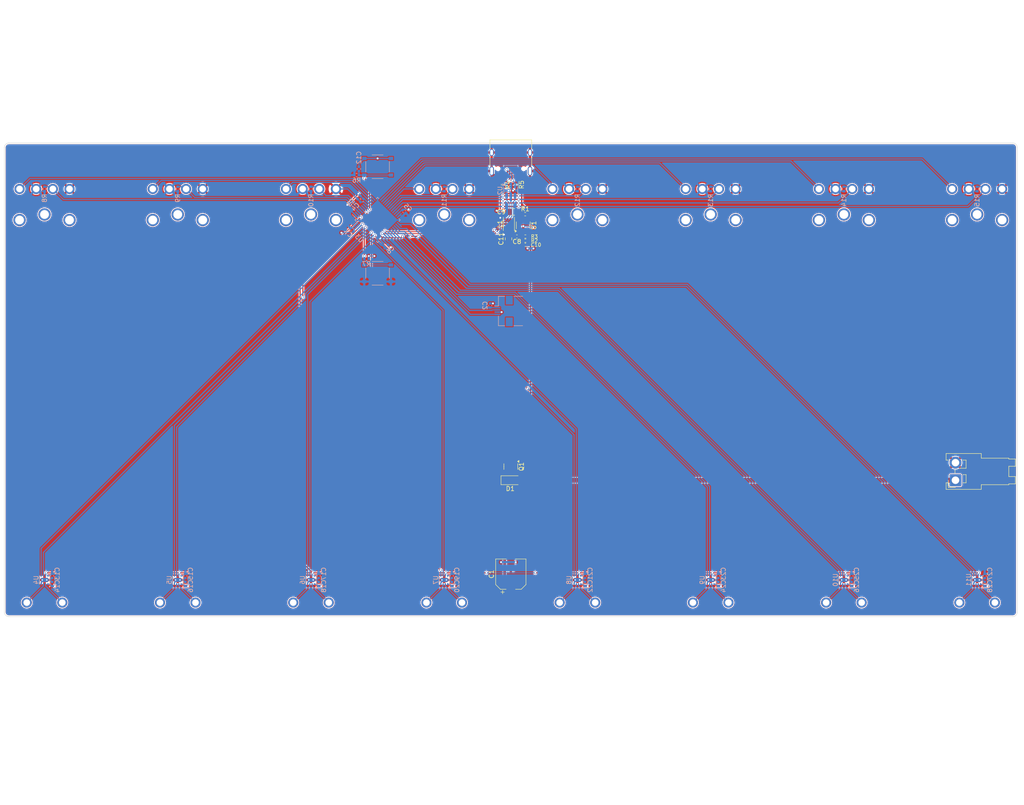
<source format=kicad_pcb>
(kicad_pcb
	(version 20240108)
	(generator "pcbnew")
	(generator_version "8.0")
	(general
		(thickness 1.6)
		(legacy_teardrops no)
	)
	(paper "A4")
	(layers
		(0 "F.Cu" signal)
		(31 "B.Cu" signal)
		(32 "B.Adhes" user "B.Adhesive")
		(33 "F.Adhes" user "F.Adhesive")
		(34 "B.Paste" user)
		(35 "F.Paste" user)
		(36 "B.SilkS" user "B.Silkscreen")
		(37 "F.SilkS" user "F.Silkscreen")
		(38 "B.Mask" user)
		(39 "F.Mask" user)
		(40 "Dwgs.User" user "User.Drawings")
		(41 "Cmts.User" user "User.Comments")
		(42 "Eco1.User" user "User.Eco1")
		(43 "Eco2.User" user "User.Eco2")
		(44 "Edge.Cuts" user)
		(45 "Margin" user)
		(46 "B.CrtYd" user "B.Courtyard")
		(47 "F.CrtYd" user "F.Courtyard")
		(48 "B.Fab" user)
		(49 "F.Fab" user)
		(50 "User.1" user)
		(51 "User.2" user)
		(52 "User.3" user)
		(53 "User.4" user)
		(54 "User.5" user)
		(55 "User.6" user)
		(56 "User.7" user)
		(57 "User.8" user)
		(58 "User.9" user)
	)
	(setup
		(stackup
			(layer "F.SilkS"
				(type "Top Silk Screen")
				(color "White")
			)
			(layer "F.Paste"
				(type "Top Solder Paste")
			)
			(layer "F.Mask"
				(type "Top Solder Mask")
				(color "Green")
				(thickness 0.01)
			)
			(layer "F.Cu"
				(type "copper")
				(thickness 0.035)
			)
			(layer "dielectric 1"
				(type "core")
				(thickness 1.51)
				(material "FR4")
				(epsilon_r 4.5)
				(loss_tangent 0.02)
			)
			(layer "B.Cu"
				(type "copper")
				(thickness 0.035)
			)
			(layer "B.Mask"
				(type "Bottom Solder Mask")
				(color "Green")
				(thickness 0.01)
			)
			(layer "B.Paste"
				(type "Bottom Solder Paste")
			)
			(layer "B.SilkS"
				(type "Bottom Silk Screen")
				(color "White")
			)
			(copper_finish "ENIG")
			(dielectric_constraints no)
		)
		(pad_to_mask_clearance 0)
		(allow_soldermask_bridges_in_footprints no)
		(pcbplotparams
			(layerselection 0x00010fc_ffffffff)
			(plot_on_all_layers_selection 0x0000000_00000000)
			(disableapertmacros no)
			(usegerberextensions no)
			(usegerberattributes yes)
			(usegerberadvancedattributes yes)
			(creategerberjobfile yes)
			(dashed_line_dash_ratio 12.000000)
			(dashed_line_gap_ratio 3.000000)
			(svgprecision 6)
			(plotframeref no)
			(viasonmask no)
			(mode 1)
			(useauxorigin no)
			(hpglpennumber 1)
			(hpglpenspeed 20)
			(hpglpendiameter 15.000000)
			(pdf_front_fp_property_popups yes)
			(pdf_back_fp_property_popups yes)
			(dxfpolygonmode yes)
			(dxfimperialunits yes)
			(dxfusepcbnewfont yes)
			(psnegative no)
			(psa4output no)
			(plotreference yes)
			(plotvalue yes)
			(plotfptext yes)
			(plotinvisibletext no)
			(sketchpadsonfab no)
			(subtractmaskfromsilk no)
			(outputformat 1)
			(mirror no)
			(drillshape 1)
			(scaleselection 1)
			(outputdirectory "")
		)
	)
	(net 0 "")
	(net 1 "VDC")
	(net 2 "GND")
	(net 3 "+3V3")
	(net 4 "Net-(U1-LX)")
	(net 5 "/NRST")
	(net 6 "/BOOT0")
	(net 7 "/USART1_RX")
	(net 8 "/USART1_TX")
	(net 9 "Net-(U1-BS)")
	(net 10 "unconnected-(RV1-MountPin-PadMP)")
	(net 11 "unconnected-(RV1-MountPin-PadMP)_0")
	(net 12 "unconnected-(RV1-MountPin-PadMP)_1")
	(net 13 "unconnected-(RV2-MountPin-PadMP)")
	(net 14 "unconnected-(RV2-MountPin-PadMP)_0")
	(net 15 "unconnected-(RV2-MountPin-PadMP)_1")
	(net 16 "unconnected-(RV3-MountPin-PadMP)")
	(net 17 "unconnected-(RV3-MountPin-PadMP)_0")
	(net 18 "unconnected-(RV3-MountPin-PadMP)_1")
	(net 19 "VBUS")
	(net 20 "Net-(U1-FB)")
	(net 21 "Net-(D1-A)")
	(net 22 "Net-(J1-D+-PadA6)")
	(net 23 "Net-(J1-CC1)")
	(net 24 "unconnected-(J1-SBU2-PadB8)")
	(net 25 "Net-(J1-D--PadA7)")
	(net 26 "Net-(J1-CC2)")
	(net 27 "unconnected-(J1-SBU1-PadA8)")
	(net 28 "unconnected-(J2-MountPin-PadMP)")
	(net 29 "unconnected-(J2-MountPin-PadMP)_0")
	(net 30 "Net-(U1-EN)")
	(net 31 "TOUCH1")
	(net 32 "TOUCH2")
	(net 33 "TOUCH3")
	(net 34 "unconnected-(RV4-MountPin-PadMP)")
	(net 35 "unconnected-(RV4-MountPin-PadMP)_0")
	(net 36 "unconnected-(RV4-MountPin-PadMP)_1")
	(net 37 "unconnected-(RV5-MountPin-PadMP)")
	(net 38 "unconnected-(RV5-MountPin-PadMP)_0")
	(net 39 "unconnected-(RV5-MountPin-PadMP)_1")
	(net 40 "unconnected-(RV6-MountPin-PadMP)")
	(net 41 "unconnected-(RV6-MountPin-PadMP)_0")
	(net 42 "unconnected-(RV6-MountPin-PadMP)_1")
	(net 43 "unconnected-(RV7-MountPin-PadMP)")
	(net 44 "unconnected-(RV7-MountPin-PadMP)_0")
	(net 45 "unconnected-(RV7-MountPin-PadMP)_1")
	(net 46 "unconnected-(RV8-MountPin-PadMP)")
	(net 47 "unconnected-(RV8-MountPin-PadMP)_0")
	(net 48 "unconnected-(RV8-MountPin-PadMP)_1")
	(net 49 "TOUCH4")
	(net 50 "TOUCH5")
	(net 51 "TOUCH6")
	(net 52 "TOUCH7")
	(net 53 "TOUCH8")
	(net 54 "/Faders and motor control/B1")
	(net 55 "ADC1")
	(net 56 "/Faders and motor control/A1")
	(net 57 "/Faders and motor control/A2")
	(net 58 "/Faders and motor control/B2")
	(net 59 "ADC2")
	(net 60 "ADC3")
	(net 61 "/Faders and motor control/B3")
	(net 62 "/Faders and motor control/A3")
	(net 63 "ADC4")
	(net 64 "/Faders and motor control/A4")
	(net 65 "/Faders and motor control/B4")
	(net 66 "ADC5")
	(net 67 "/Faders and motor control/A5")
	(net 68 "/Faders and motor control/B5")
	(net 69 "/Faders and motor control/B6")
	(net 70 "ADC6")
	(net 71 "/Faders and motor control/A6")
	(net 72 "/Faders and motor control/B7")
	(net 73 "/Faders and motor control/A7")
	(net 74 "ADC7")
	(net 75 "/Faders and motor control/A8")
	(net 76 "ADC8")
	(net 77 "/Faders and motor control/B8")
	(net 78 "PWM7")
	(net 79 "DIR1")
	(net 80 "PWM5")
	(net 81 "DIR6")
	(net 82 "PWM1")
	(net 83 "PWM3")
	(net 84 "DIR8")
	(net 85 "PWM6")
	(net 86 "PWM8")
	(net 87 "NSLEEP")
	(net 88 "PWM4")
	(net 89 "DIR7")
	(net 90 "PWM2")
	(net 91 "DIR2")
	(net 92 "/USB_D+")
	(net 93 "/USB_D-")
	(net 94 "SWDIO{slash}DIR5")
	(net 95 "SWCLK{slash}DIR4")
	(net 96 "DIR3")
	(footprint "Package_TO_SOT_SMD:SOT-23" (layer "F.Cu") (at 147.5 97.56 -90))
	(footprint "Capacitor_SMD:CP_Elec_6.3x7.7" (layer "F.Cu") (at 147.5 121.79 90))
	(footprint "faderboard:Fader_Alps_RSA0N11M9A0J" (layer "F.Cu") (at 72.5 35))
	(footprint "Capacitor_SMD:C_0805_2012Metric" (layer "F.Cu") (at 148.11 40.175 180))
	(footprint "Inductor_SMD:L_Sunlord_SWPA252012S" (layer "F.Cu") (at 147.065 42.8925 -90))
	(footprint "Package_TO_SOT_SMD:SOT-23-6" (layer "F.Cu") (at 150.3 43.205 90))
	(footprint "faderboard:Fader_Alps_RSA0N11M9A0J" (layer "F.Cu") (at 222.5 35))
	(footprint "Capacitor_SMD:C_0402_1005Metric" (layer "F.Cu") (at 150.775 47.595))
	(footprint "Capacitor_SMD:C_0402_1005Metric" (layer "F.Cu") (at 148.87 45.715 180))
	(footprint "Capacitor_SMD:C_0805_2012Metric" (layer "F.Cu") (at 146.98 46.2425 -90))
	(footprint "faderboard:Fader_Alps_RSA0N11M9A0J" (layer "F.Cu") (at 42.5 35))
	(footprint "faderboard:Fader_Alps_RSA0N11M9A0J" (layer "F.Cu") (at 252.5 35))
	(footprint "Resistor_SMD:R_0402_1005Metric" (layer "F.Cu") (at 150.775 45.725 180))
	(footprint "faderboard:Fader_Alps_RSA0N11M9A0J" (layer "F.Cu") (at 162.5 35))
	(footprint "Resistor_SMD:R_0402_1005Metric" (layer "F.Cu") (at 150.74 40.685))
	(footprint "Resistor_SMD:R_0402_1005Metric" (layer "F.Cu") (at 148.75 34.04 -90))
	(footprint "faderboard:Fader_Alps_RSA0N11M9A0J" (layer "F.Cu") (at 102.5 35))
	(footprint "Connector_USB:USB_C_Receptacle_HRO_TYPE-C-31-M-12" (layer "F.Cu") (at 147.5 27.84 180))
	(footprint "Connector_JST:JST_VH_S2P-VH_1x02_P3.96mm_Horizontal" (layer "F.Cu") (at 247.625 100.63 90))
	(footprint "faderboard:Fader_Alps_RSA0N11M9A0J" (layer "F.Cu") (at 132.5 35))
	(footprint "Resistor_SMD:R_0402_1005Metric" (layer "F.Cu") (at 150.775 46.665))
	(footprint "Diode_SMD:D_SOD-123F" (layer "F.Cu") (at 147.5 100.63))
	(footprint "Resistor_SMD:R_0402_1005Metric" (layer "F.Cu") (at 145.75 34.04 -90))
	(footprint "faderboard:Fader_Alps_RSA0N11M9A0J" (layer "F.Cu") (at 192.5 35))
	(footprint "Package_SON:WSON-8-1EP_2x2mm_P0.5mm_EP0.9x1.6mm_ThermalVias" (layer "B.Cu") (at 252.5 123.1 90))
	(footprint "Capacitor_SMD:C_0402_1005Metric" (layer "B.Cu") (at 224.21 122.19 -90))
	(footprint "faderboard:Jushuo_AFC01-S04FCx-00_1x04-1MP_P0.50mm_Horizontal" (layer "B.Cu") (at 147.5 62.5 -90))
	(footprint "Resistor_SMD:R_0402_1005Metric" (layer "B.Cu") (at 112.78 31.875))
	(footprint "Package_SON:WSON-8-1EP_2x2mm_P0.5mm_EP0.9x1.6mm_ThermalVias" (layer "B.Cu") (at 102.5 123.1 90))
	(footprint "Capacitor_SMD:C_0402_1005Metric" (layer "B.Cu") (at 224.21 124.01 90))
	(footprint "Capacitor_SMD:C_0402_1005Metric" (layer "B.Cu") (at 194.21 122.19 -90))
	(footprint "Capacitor_SMD:C_0402_1005Metric" (layer "B.Cu") (at 104.21 124.01 90))
	(footprint "Package_SON:WSON-8-1EP_2x2mm_P0.5mm_EP0.9x1.6mm_ThermalVias" (layer "B.Cu") (at 132.5 123.1 90))
	(footprint "Capacitor_SMD:C_0402_1005Metric" (layer "B.Cu") (at 44.21 122.19 -90))
	(footprint "Resistor_SMD:R_0402_1005Metric"
		(layer "B.Cu")
		(uuid "3f3d22d2-a833-4978-863d-41049f662527")
		(at 132.5 35 90)
		(descr "Resistor SMD 0402 (1005 Metric), square (rectangular) end terminal, IPC_7351 nominal, (Body size source: IPC-SM-782 page 72, https://www.pcb-3d.com/wordpress/wp-content/uploads/ipc-sm-782a_amendment_1_and_2.pdf), generated with kicad-footprint-generator")
		(tags "resistor")
		(property "Reference" "R11"
			(at -1 0 90)
			(layer "B.SilkS")
			(uuid "dccc07a6-b18d-43ba-9f54-aa844c851722")
			(effects
				(font
					(size 1 1)
					(thickness 0.15)
				)
				(justify left mirror)
			)
		)
		(property "Value" "1M"
			(at 0 -1.17 90)
			(layer "B.Fab")
			(uuid "cb45c029-d401-4ad9-a28c-1ab58d624d37")
			(effects
				(font
					(size 1 1)
					(thickness 0.15)
				)
				(justify mirror)
			)
		)
		(property "Footprint" "Resistor_SMD:R_0402_1005Metric"
			(at 0 0 90)
			(layer "F.Fab")
			(hide yes)
			(uuid "e52ec264-5fd4-4a90-98c9-9f1e1413f741")
			(effects
				(font
					(size 1.27 1.27)
					(thickness 0.15)
				)
			)
		)
		(property "Datasheet" ""
			(at 0 0 90)
			(layer "F.Fab")
			(hide yes)
			(uuid "94b41db4-ee77-48ad-9437-1939af1691dd")
			(effects
				(font
					(size 1.27 1.27)
					(thickness 0.15)
				)
			)
		)
		(property "Description" ""
			(at 0 0 90)
			(layer "F.Fab")
			(hide yes)
			(uuid "1a00026d-fd40-4ef8-be05-923487747cc8")
			(effects
				(font
					(size 1.27 1.27)
					(thickness 0.15)
				)
			)
		)
		(property ki_fp_filters "R_*")
		(path "/7e98d2d8-242d-4e31-bdce-eea112b90cb9/9432552d-3e27-4c57-bd85-576a4d0c04ed")
		(sheetname "Faders and motor control")
		(sheetfile "faders.kicad_sch")
		(attr smd)
		(fp_line
			(start -0.153641 -0.38)
			(end 0.153641 -0.38)
			(stroke
				(width 0.12)
				(type solid)
			)
			(layer "B.SilkS")
			(uuid "2c7e2006-300f-414c-9bde-8079bb0c59d0")
		)
		(fp_line
			(start -0.153641 0.38)
			(end 0.153641 0.38)
			(stroke
				(width 0.12)
				(type solid)
			)
			(layer "B.SilkS")
			(uuid "e4f02649-4c3b-4e4a-b917-03a00888fa63")
		)
		(fp_line
			(start 0.93 -0.47)
			(end -0.93 -0.47)
			(stroke
				(width 0.05)
				(type solid)
			)
			(layer "B.CrtYd")
			(uuid "2a45e33f-5fd5-4e68-b07a-c67a6a4f54fc")
		)
		(fp_line
			(start -0.93 -0.47)
			(end -0.93 0.47)
			(stroke
				(width 0.05)
				(type solid)
			)
			(layer "B.CrtYd")
			(uuid "98974d5c-541a-4399-966d-d63556b0e2ea")
		)
		(fp_line
			(start 0.93 0.47)
			(end 0.93 -0.47)
			(stroke
				(width 0.05)
				(type solid)
			)
			(layer "B.CrtYd")
			(uuid "671e11a5-26f7-4a43-8448-4e4f5c9c9c0a")
		)
		(fp_line
			(start -0.93 0.47)
			(end 0.93 0.47)
			(stroke
				(width 0.05)
				(type solid)
			)
			(layer "B.CrtYd")
			(uuid "180ecbef-c444-4df2-a53b-8296a28bd894")
		)
		(fp_line
			(start 0.525 -0.27)
			(end -0.525 -0.27)
			(stroke
				(width 0.1)
				(type solid)
			)
			(layer "B.Fab")
			(uuid "b64f0aed-5db9-48d9-8775-36f9710c20df")
		)
		(fp_line
			(start -0.525 -0.27)
			(end
... [739469 chars truncated]
</source>
